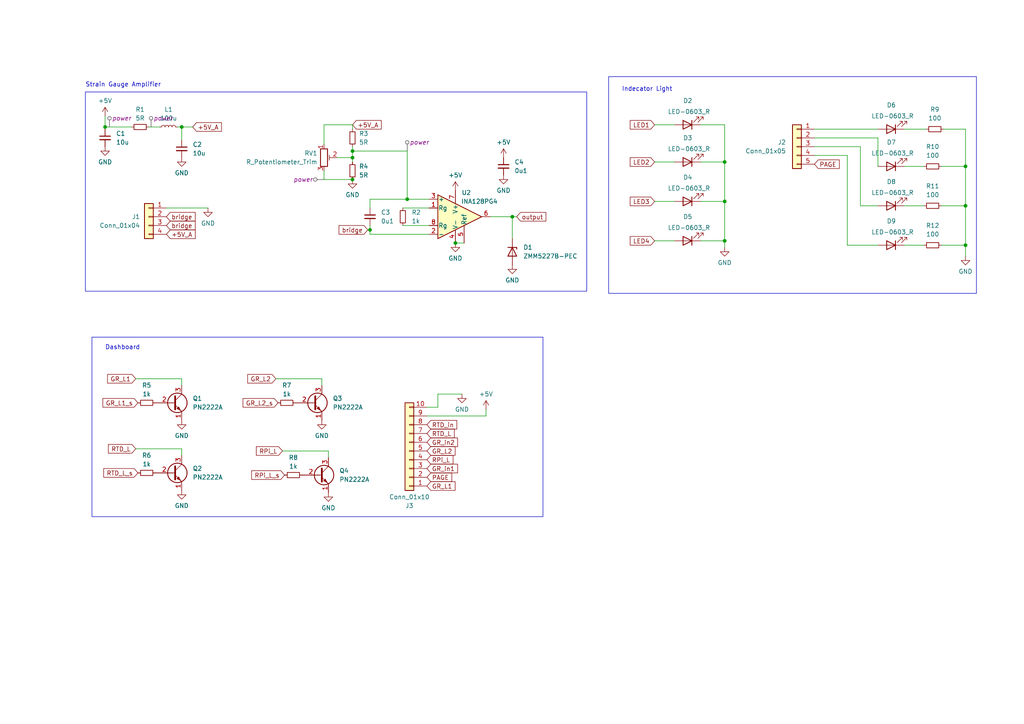
<source format=kicad_sch>
(kicad_sch (version 20230121) (generator eeschema)
  (paper "A4")
  (title_block (title "frontbox nucleo ex") (date "2023-08-13") (rev "1") (company "NTURacing") (comment 1 "legacy from easyEDA"))
  (lib_symbols
    (symbol "Amplifier_Instrumentation:INA128" (pin_names (offset 0.127))
      (property "Reference" "U" (at 3.81 3.175 0))
      (property "Value" "INA128" (at 3.81 -3.175 0))
      (symbol "INA128_0_1"
        (polyline (pts (xy 7.62 0) (xy -5.08 6.35) (xy -5.08 -6.35) (xy 7.62 0)) (stroke (width 0.254)) (fill (type background)))
      )
      (symbol "INA128_1_1"
        (pin passive line (at -7.62 2.54 0) (length 2.54) (name "Rg") (number "1"))
        (pin input line (at -7.62 -5.08 0) (length 2.54) (name "-") (number "2"))
        (pin input line (at -7.62 5.08 0) (length 2.54) (name "+") (number "3"))
        (pin power_in line (at 0 -7.62 90) (length 3.81) (name "V-") (number "4"))
        (pin input line (at 2.54 -7.62 90) (length 5.08) (name "Ref") (number "5"))
        (pin output line (at 10.16 0 180) (length 2.54) (name "~") (number "6"))
        (pin power_in line (at 0 7.62 270) (length 3.81) (name "V+") (number "7"))
        (pin passive line (at -7.62 -2.54 0) (length 2.54) (name "Rg") (number "8"))
      )
    )
    (symbol "Connector_Generic:Conn_01x04" (pin_names (offset 1.016) hide)
      (property "Reference" "J" (at 0 5.08 0))
      (property "Value" "Conn_01x04" (at 0 -7.62 0))
      (symbol "Conn_01x04_1_1"
        (rectangle (start -1.27 -4.953) (end 0 -5.207) (stroke (width 0.1524)))
        (rectangle (start -1.27 -2.413) (end 0 -2.667) (stroke (width 0.1524)))
        (rectangle (start -1.27 0.127) (end 0 -0.127) (stroke (width 0.1524)))
        (rectangle (start -1.27 2.667) (end 0 2.413) (stroke (width 0.1524)))
        (rectangle (start -1.27 3.81) (end 1.27 -6.35) (stroke (width 0.254)) (fill (type background)))
        (pin passive line (at -5.08 2.54 0) (length 3.81) (name "Pin_1") (number "1"))
        (pin passive line (at -5.08 0 0) (length 3.81) (name "Pin_2") (number "2"))
        (pin passive line (at -5.08 -2.54 0) (length 3.81) (name "Pin_3") (number "3"))
        (pin passive line (at -5.08 -5.08 0) (length 3.81) (name "Pin_4") (number "4"))
      )
    )
    (symbol "Connector_Generic:Conn_01x05" (pin_names (offset 1.016) hide)
      (property "Reference" "J" (at 0 7.62 0))
      (property "Value" "Conn_01x05" (at 0 -7.62 0))
      (symbol "Conn_01x05_1_1"
        (rectangle (start -1.27 -4.953) (end 0 -5.207) (stroke (width 0.1524)))
        (rectangle (start -1.27 -2.413) (end 0 -2.667) (stroke (width 0.1524)))
        (rectangle (start -1.27 0.127) (end 0 -0.127) (stroke (width 0.1524)))
        (rectangle (start -1.27 2.667) (end 0 2.413) (stroke (width 0.1524)))
        (rectangle (start -1.27 5.207) (end 0 4.953) (stroke (width 0.1524)))
        (rectangle (start -1.27 6.35) (end 1.27 -6.35) (stroke (width 0.254)) (fill (type background)))
        (pin passive line (at -5.08 5.08 0) (length 3.81) (name "Pin_1") (number "1"))
        (pin passive line (at -5.08 2.54 0) (length 3.81) (name "Pin_2") (number "2"))
        (pin passive line (at -5.08 0 0) (length 3.81) (name "Pin_3") (number "3"))
        (pin passive line (at -5.08 -2.54 0) (length 3.81) (name "Pin_4") (number "4"))
        (pin passive line (at -5.08 -5.08 0) (length 3.81) (name "Pin_5") (number "5"))
      )
    )
    (symbol "Connector_Generic:Conn_01x10" (pin_names (offset 1.016) hide)
      (property "Reference" "J" (at 0 12.7 0))
      (property "Value" "Conn_01x10" (at 0 -15.24 0))
      (symbol "Conn_01x10_1_1"
        (rectangle (start -1.27 -12.573) (end 0 -12.827) (stroke (width 0.1524)))
        (rectangle (start -1.27 -10.033) (end 0 -10.287) (stroke (width 0.1524)))
        (rectangle (start -1.27 -7.493) (end 0 -7.747) (stroke (width 0.1524)))
        (rectangle (start -1.27 -4.953) (end 0 -5.207) (stroke (width 0.1524)))
        (rectangle (start -1.27 -2.413) (end 0 -2.667) (stroke (width 0.1524)))
        (rectangle (start -1.27 0.127) (end 0 -0.127) (stroke (width 0.1524)))
        (rectangle (start -1.27 2.667) (end 0 2.413) (stroke (width 0.1524)))
        (rectangle (start -1.27 5.207) (end 0 4.953) (stroke (width 0.1524)))
        (rectangle (start -1.27 7.747) (end 0 7.493) (stroke (width 0.1524)))
        (rectangle (start -1.27 10.287) (end 0 10.033) (stroke (width 0.1524)))
        (rectangle (start -1.27 11.43) (end 1.27 -13.97) (stroke (width 0.254)) (fill (type background)))
        (pin passive line (at -5.08 10.16 0) (length 3.81) (name "Pin_1") (number "1"))
        (pin passive line (at -5.08 -12.7 0) (length 3.81) (name "Pin_10") (number "10"))
        (pin passive line (at -5.08 7.62 0) (length 3.81) (name "Pin_2") (number "2"))
        (pin passive line (at -5.08 5.08 0) (length 3.81) (name "Pin_3") (number "3"))
        (pin passive line (at -5.08 2.54 0) (length 3.81) (name "Pin_4") (number "4"))
        (pin passive line (at -5.08 0 0) (length 3.81) (name "Pin_5") (number "5"))
        (pin passive line (at -5.08 -2.54 0) (length 3.81) (name "Pin_6") (number "6"))
        (pin passive line (at -5.08 -5.08 0) (length 3.81) (name "Pin_7") (number "7"))
        (pin passive line (at -5.08 -7.62 0) (length 3.81) (name "Pin_8") (number "8"))
        (pin passive line (at -5.08 -10.16 0) (length 3.81) (name "Pin_9") (number "9"))
      )
    )
    (symbol "Device:C_Small" (pin_numbers hide) (pin_names (offset 0.254) hide)
      (property "Reference" "C" (at 0.254 1.778 0))
      (property "Value" "C_Small" (at 0.254 -2.032 0))
      (symbol "C_Small_0_1"
        (polyline (pts (xy -1.524 -0.508) (xy 1.524 -0.508)) (stroke (width 0.3302)))
        (polyline (pts (xy -1.524 0.508) (xy 1.524 0.508)) (stroke (width 0.3048)))
      )
      (symbol "C_Small_1_1"
        (pin passive line (at 0 2.54 270) (length 2.032) (name "~") (number "1"))
        (pin passive line (at 0 -2.54 90) (length 2.032) (name "~") (number "2"))
      )
    )
    (symbol "Device:LED" (pin_numbers hide) (pin_names (offset 1.016) hide)
      (property "Reference" "D" (at 0 2.54 0))
      (property "Value" "LED" (at 0 -2.54 0))
      (symbol "LED_0_1"
        (polyline (pts (xy -1.27 -1.27) (xy -1.27 1.27)) (stroke (width 0.254)))
        (polyline (pts (xy -1.27 0) (xy 1.27 0)))
        (polyline (pts (xy 1.27 -1.27) (xy 1.27 1.27) (xy -1.27 0) (xy 1.27 -1.27)) (stroke (width 0.254)))
        (polyline (pts (xy -3.048 -0.762) (xy -4.572 -2.286) (xy -3.81 -2.286) (xy -4.572 -2.286) (xy -4.572 -1.524)))
        (polyline (pts (xy -1.778 -0.762) (xy -3.302 -2.286) (xy -2.54 -2.286) (xy -3.302 -2.286) (xy -3.302 -1.524)))
      )
      (symbol "LED_1_1"
        (pin passive line (at -3.81 0 0) (length 2.54) (name "K") (number "1"))
        (pin passive line (at 3.81 0 180) (length 2.54) (name "A") (number "2"))
      )
    )
    (symbol "Device:L_Small" (pin_numbers hide) (pin_names (offset 0.254) hide)
      (property "Reference" "L" (at 0.762 1.016 0))
      (property "Value" "L_Small" (at 0.762 -1.016 0))
      (symbol "L_Small_0_1"
        (arc (start 0 -2.032) (mid 0.5058 -1.524) (end 0 -1.016))
        (arc (start 0 -1.016) (mid 0.5058 -0.508) (end 0 0))
        (arc (start 0 0) (mid 0.5058 0.508) (end 0 1.016))
        (arc (start 0 1.016) (mid 0.5058 1.524) (end 0 2.032))
      )
      (symbol "L_Small_1_1"
        (pin passive line (at 0 2.54 270) (length 0.508) (name "~") (number "1"))
        (pin passive line (at 0 -2.54 90) (length 0.508) (name "~") (number "2"))
      )
    )
    (symbol "Device:R_Potentiometer_Trim" (pin_names (offset 1.016) hide)
      (property "Reference" "RV" (at -4.445 0 90))
      (property "Value" "R_Potentiometer_Trim" (at -2.54 0 90))
      (symbol "R_Potentiometer_Trim_0_1"
        (polyline (pts (xy 1.524 0.762) (xy 1.524 -0.762)))
        (polyline (pts (xy 2.54 0) (xy 1.524 0)))
        (rectangle (start 1.016 2.54) (end -1.016 -2.54) (stroke (width 0.254)))
      )
      (symbol "R_Potentiometer_Trim_1_1"
        (pin passive line (at 0 3.81 270) (length 1.27) (name "1") (number "1"))
        (pin passive line (at 3.81 0 180) (length 1.27) (name "2") (number "2"))
        (pin passive line (at 0 -3.81 90) (length 1.27) (name "3") (number "3"))
      )
    )
    (symbol "Device:R_Small" (pin_numbers hide) (pin_names (offset 0.254) hide)
      (property "Reference" "R" (at 0.762 0.508 0))
      (property "Value" "R_Small" (at 0.762 -1.016 0))
      (symbol "R_Small_0_1"
        (rectangle (start -0.762 1.778) (end 0.762 -1.778) (stroke (width 0.2032)))
      )
      (symbol "R_Small_1_1"
        (pin passive line (at 0 2.54 270) (length 0.762) (name "~") (number "1"))
        (pin passive line (at 0 -2.54 90) (length 0.762) (name "~") (number "2"))
      )
    )
    (symbol "Diode:ZMMxx" (pin_numbers hide) (pin_names hide)
      (property "Reference" "D" (at 0 2.54 0))
      (property "Value" "ZMMxx" (at 0 -2.54 0))
      (symbol "ZMMxx_0_1"
        (polyline (pts (xy 1.27 0) (xy -1.27 0)))
        (polyline (pts (xy -1.27 -1.27) (xy -1.27 1.27) (xy -0.762 1.27)) (stroke (width 0.254)))
        (polyline (pts (xy 1.27 -1.27) (xy 1.27 1.27) (xy -1.27 0) (xy 1.27 -1.27)) (stroke (width 0.254)))
      )
      (symbol "ZMMxx_1_1"
        (pin passive line (at -3.81 0 0) (length 2.54) (name "K") (number "1"))
        (pin passive line (at 3.81 0 180) (length 2.54) (name "A") (number "2"))
      )
    )
    (symbol "Transistor_BJT:PN2222A" (pin_names (offset 0) hide)
      (property "Reference" "Q" (at 5.08 1.905 0))
      (property "Value" "PN2222A" (at 5.08 0 0))
      (symbol "PN2222A_0_1"
        (polyline (pts (xy 0 0) (xy 0.635 0)))
        (polyline (pts (xy 2.54 -2.54) (xy 0.635 -0.635)))
        (polyline (pts (xy 2.54 2.54) (xy 0.635 0.635)))
        (polyline (pts (xy 0.635 1.905) (xy 0.635 -1.905) (xy 0.635 -1.905)) (stroke (width 0.508)))
        (polyline (pts (xy 2.413 -2.413) (xy 1.905 -1.905) (xy 1.905 -1.905)))
        (polyline (pts (xy 1.143 -1.651) (xy 1.651 -1.143) (xy 2.159 -2.159) (xy 1.143 -1.651) (xy 1.143 -1.651)) (fill (type outline)))
        (circle (center 1.27 0) (radius 2.8194) (stroke (width 0.254)))
      )
      (symbol "PN2222A_1_1"
        (pin passive line (at 2.54 -5.08 90) (length 2.54) (name "E") (number "1"))
        (pin input line (at -5.08 0 0) (length 5.08) (name "B") (number "2"))
        (pin passive line (at 2.54 5.08 270) (length 2.54) (name "C") (number "3"))
      )
    )
    (symbol "power:+5V" (power) (pin_names (offset 0))
      (property "Value" "+5V" (at 0 3.556 0))
      (symbol "+5V_0_1"
        (polyline (pts (xy -0.762 1.27) (xy 0 2.54)))
        (polyline (pts (xy 0 0) (xy 0 2.54)))
        (polyline (pts (xy 0 2.54) (xy 0.762 1.27)))
      )
      (symbol "+5V_1_1"
        (pin power_in line (at 0 0 90) (length 0) hide (name "+5V") (number "1"))
      )
    )
    (symbol "power:GND" (power) (pin_names (offset 0))
      (property "Value" "GND" (at 0 -3.81 0))
      (symbol "GND_0_1"
        (polyline (pts (xy 0 0) (xy 0 -1.27) (xy 1.27 -1.27) (xy 0 -2.54) (xy -1.27 -1.27) (xy 0 -1.27)))
      )
      (symbol "GND_1_1"
        (pin power_in line (at 0 0 270) (length 0) hide (name "GND") (number "1"))
      )
    )
  )
  (junction (at 210.185 69.85))
  (junction (at 52.705 36.83))
  (junction (at 102.235 45.72))
  (junction (at 118.11 57.785))
  (junction (at 148.59 62.865))
  (junction (at 107.315 66.675))
  (junction (at 280.035 48.26))
  (junction (at 210.185 58.42))
  (junction (at 102.235 43.815))
  (junction (at 132.08 70.485))
  (junction (at 280.035 59.69))
  (junction (at 210.185 46.99))
  (junction (at 280.035 71.12))
  (junction (at 30.48 36.83))
  (junction (at 102.235 52.07))
  (wire (pts (xy 118.11 43.815) (xy 118.11 57.785)))
  (wire (pts (xy 142.24 62.865) (xy 148.59 62.865)))
  (wire (pts (xy 127 114.3) (xy 133.985 114.3)))
  (wire (pts (xy 39.37 130.175) (xy 52.705 130.175)))
  (wire (pts (xy 38.1 36.83) (xy 30.48 36.83)))
  (wire (pts (xy 280.035 37.465) (xy 280.035 48.26)))
  (wire (pts (xy 30.48 36.83) (xy 30.48 37.465)))
  (wire (pts (xy 140.97 118.745) (xy 140.97 120.65)))
  (wire (pts (xy 93.98 52.07) (xy 102.235 52.07)))
  (wire (pts (xy 210.185 69.85) (xy 210.185 71.755)))
  (wire (pts (xy 189.865 69.85) (xy 195.58 69.85)))
  (wire (pts (xy 203.2 69.85) (xy 210.185 69.85)))
  (wire (pts (xy 51.435 36.83) (xy 52.705 36.83)))
  (wire (pts (xy 236.22 42.545) (xy 249.555 42.545)))
  (wire (pts (xy 140.97 120.65) (xy 123.825 120.65)))
  (wire (pts (xy 236.22 45.085) (xy 245.745 45.085)))
  (wire (pts (xy 273.05 59.69) (xy 280.035 59.69)))
  (wire (pts (xy 148.59 62.865) (xy 148.59 69.215)))
  (wire (pts (xy 102.235 45.72) (xy 102.235 46.99)))
  (wire (pts (xy 273.05 48.26) (xy 280.035 48.26)))
  (wire (pts (xy 102.235 43.815) (xy 102.235 45.72)))
  (wire (pts (xy 148.59 62.865) (xy 149.86 62.865)))
  (wire (pts (xy 203.2 46.99) (xy 210.185 46.99)))
  (wire (pts (xy 203.2 36.195) (xy 210.185 36.195)))
  (wire (pts (xy 97.79 45.72) (xy 102.235 45.72)))
  (wire (pts (xy 273.05 71.12) (xy 280.035 71.12)))
  (wire (pts (xy 118.11 57.785) (xy 107.315 57.785)))
  (wire (pts (xy 106.68 66.675) (xy 107.315 66.675)))
  (wire (pts (xy 81.915 130.81) (xy 95.25 130.81)))
  (wire (pts (xy 210.185 58.42) (xy 210.185 69.85)))
  (wire (pts (xy 93.98 36.195) (xy 102.235 36.195)))
  (wire (pts (xy 262.255 37.465) (xy 268.605 37.465)))
  (wire (pts (xy 107.315 65.405) (xy 107.315 66.675)))
  (wire (pts (xy 127 118.11) (xy 127 114.3)))
  (wire (pts (xy 43.18 36.83) (xy 46.355 36.83)))
  (wire (pts (xy 102.235 36.195) (xy 102.235 37.465)))
  (wire (pts (xy 236.22 37.465) (xy 254.635 37.465)))
  (wire (pts (xy 189.865 36.195) (xy 195.58 36.195)))
  (wire (pts (xy 107.315 66.675) (xy 107.315 67.945)))
  (wire (pts (xy 93.98 41.91) (xy 93.98 36.195)))
  (wire (pts (xy 52.705 40.64) (xy 52.705 36.83)))
  (wire (pts (xy 107.315 67.945) (xy 124.46 67.945)))
  (wire (pts (xy 203.2 58.42) (xy 210.185 58.42)))
  (wire (pts (xy 107.315 57.785) (xy 107.315 60.325)))
  (wire (pts (xy 245.745 71.12) (xy 254.635 71.12)))
  (wire (pts (xy 48.26 60.325) (xy 60.325 60.325)))
  (wire (pts (xy 124.46 57.785) (xy 118.11 57.785)))
  (wire (pts (xy 93.98 49.53) (xy 93.98 52.07)))
  (wire (pts (xy 52.705 130.175) (xy 52.705 132.08)))
  (wire (pts (xy 55.88 36.83) (xy 52.705 36.83)))
  (wire (pts (xy 236.22 40.005) (xy 254.635 40.005)))
  (wire (pts (xy 280.035 48.26) (xy 280.035 59.69)))
  (wire (pts (xy 116.84 60.325) (xy 124.46 60.325)))
  (wire (pts (xy 245.745 45.085) (xy 245.745 71.12)))
  (wire (pts (xy 95.25 130.81) (xy 95.25 132.715)))
  (wire (pts (xy 210.185 36.195) (xy 210.185 46.99)))
  (wire (pts (xy 39.37 109.855) (xy 52.705 109.855)))
  (wire (pts (xy 30.48 33.655) (xy 30.48 36.83)))
  (wire (pts (xy 93.345 109.855) (xy 93.345 111.76)))
  (wire (pts (xy 262.255 48.26) (xy 267.97 48.26)))
  (wire (pts (xy 254.635 40.005) (xy 254.635 48.26)))
  (wire (pts (xy 80.01 109.855) (xy 93.345 109.855)))
  (wire (pts (xy 280.035 71.12) (xy 280.035 74.295)))
  (wire (pts (xy 273.685 37.465) (xy 280.035 37.465)))
  (wire (pts (xy 132.08 70.485) (xy 134.62 70.485)))
  (wire (pts (xy 280.035 59.69) (xy 280.035 71.12)))
  (wire (pts (xy 210.185 46.99) (xy 210.185 58.42)))
  (wire (pts (xy 189.865 46.99) (xy 195.58 46.99)))
  (wire (pts (xy 102.235 43.815) (xy 118.11 43.815)))
  (wire (pts (xy 189.865 58.42) (xy 195.58 58.42)))
  (wire (pts (xy 249.555 59.69) (xy 254.635 59.69)))
  (wire (pts (xy 116.84 65.405) (xy 124.46 65.405)))
  (wire (pts (xy 262.255 59.69) (xy 267.97 59.69)))
  (wire (pts (xy 262.255 71.12) (xy 267.97 71.12)))
  (wire (pts (xy 52.705 109.855) (xy 52.705 111.76)))
  (wire (pts (xy 102.235 42.545) (xy 102.235 43.815)))
  (wire (pts (xy 127 118.11) (xy 123.825 118.11)))
  (wire (pts (xy 249.555 42.545) (xy 249.555 59.69)))
  (rectangle (start 24.765 26.67) (end 170.18 84.455))
  (rectangle (start 176.53 22.225) (end 283.21 85.09))
  (rectangle (start 26.67 97.79) (end 157.48 149.86))
  (text "Strain Gauge Amplifier" (at 24.765 25.4 0) (effects (font (size 1.27 1.27)) (justify left bottom)))
  (text "Indecator Light\n" (at 180.34 26.67 0) (effects (font (size 1.27 1.27)) (justify left bottom)))
  (text "Dashboard" (at 30.48 101.6 0) (effects (font (size 1.27 1.27)) (justify left bottom)))
  (global_label "LED4" (shape input) (at 189.865 69.85 180) (property "Intersheetrefs" "${INTERSHEET_REFS}" (effects hide)))
  (global_label "+5V_A" (shape input) (at 55.88 36.83 0) (property "Intersheetrefs" "${INTERSHEET_REFS}" (effects hide)))
  (global_label "PAGE" (shape input) (at 123.825 138.43 0) (property "Intersheetrefs" "${INTERSHEET_REFS}" (effects hide)))
  (global_label "RTD_in" (shape input) (at 123.825 123.19 0) (property "Intersheetrefs" "${INTERSHEET_REFS}" (effects hide)))
  (global_label "GR_L1_s" (shape input) (at 40.005 116.84 180) (property "Intersheetrefs" "${INTERSHEET_REFS}" (effects hide)))
  (global_label "bridge" (shape input) (at 48.26 65.405 0) (property "Intersheetrefs" "${INTERSHEET_REFS}" (effects hide)))
  (global_label "GR_L1" (shape input) (at 39.37 109.855 180) (property "Intersheetrefs" "${INTERSHEET_REFS}" (effects hide)))
  (global_label "bridge" (shape input) (at 48.26 62.865 0) (property "Intersheetrefs" "${INTERSHEET_REFS}" (effects hide)))
  (global_label "GR_L2_s" (shape input) (at 80.645 116.84 180) (property "Intersheetrefs" "${INTERSHEET_REFS}" (effects hide)))
  (global_label "GR_L2" (shape input) (at 123.825 130.81 0) (property "Intersheetrefs" "${INTERSHEET_REFS}" (effects hide)))
  (global_label "LED1" (shape input) (at 189.865 36.195 180) (property "Intersheetrefs" "${INTERSHEET_REFS}" (effects hide)))
  (global_label "RTD_L" (shape input) (at 39.37 130.175 180) (property "Intersheetrefs" "${INTERSHEET_REFS}" (effects hide)))
  (global_label "+5V_A" (shape input) (at 48.26 67.945 0) (property "Intersheetrefs" "${INTERSHEET_REFS}" (effects hide)))
  (global_label "LED2" (shape input) (at 189.865 46.99 180) (property "Intersheetrefs" "${INTERSHEET_REFS}" (effects hide)))
  (global_label "GR_in1" (shape input) (at 123.825 135.89 0) (property "Intersheetrefs" "${INTERSHEET_REFS}" (effects hide)))
  (global_label "GR_L1" (shape input) (at 123.825 140.97 0) (property "Intersheetrefs" "${INTERSHEET_REFS}" (effects hide)))
  (global_label "RPi_L" (shape input) (at 81.915 130.81 180) (property "Intersheetrefs" "${INTERSHEET_REFS}" (effects hide)))
  (global_label "RTD_L" (shape input) (at 123.825 125.73 0) (property "Intersheetrefs" "${INTERSHEET_REFS}" (effects hide)))
  (global_label "bridge" (shape input) (at 106.68 66.675 180) (property "Intersheetrefs" "${INTERSHEET_REFS}" (effects hide)))
  (global_label "RPi_L" (shape input) (at 123.825 133.35 0) (property "Intersheetrefs" "${INTERSHEET_REFS}" (effects hide)))
  (global_label "output" (shape input) (at 149.86 62.865 0) (property "Intersheetrefs" "${INTERSHEET_REFS}" (effects hide)))
  (global_label "LED3" (shape input) (at 189.865 58.42 180) (property "Intersheetrefs" "${INTERSHEET_REFS}" (effects hide)))
  (global_label "PAGE" (shape input) (at 236.22 47.625 0) (property "Intersheetrefs" "${INTERSHEET_REFS}" (effects hide)))
  (global_label "RTD_L_s" (shape input) (at 40.005 137.16 180) (property "Intersheetrefs" "${INTERSHEET_REFS}" (effects hide)))
  (global_label "GR_in2" (shape input) (at 123.825 128.27 0) (property "Intersheetrefs" "${INTERSHEET_REFS}" (effects hide)))
  (global_label "RPi_L_s" (shape input) (at 82.55 137.795 180) (property "Intersheetrefs" "${INTERSHEET_REFS}" (effects hide)))
  (global_label "+5V_A" (shape input) (at 102.235 36.195 0) (property "Intersheetrefs" "${INTERSHEET_REFS}" (effects hide)))
  (global_label "GR_L2" (shape input) (at 80.01 109.855 180) (property "Intersheetrefs" "${INTERSHEET_REFS}" (effects hide)))
  (netclass_flag "" (length 2.54) (shape round) (at 31.75 36.83 0) (property "Netclass" "power" (at 32.4485 34.29 0) (effects (font italic) (justify left))))
  (netclass_flag "" (length 2.54) (shape round) (at 93.98 52.07 90) (property "Netclass" "power" (at 85.09 52.07 0) (effects (font italic) (justify left))))
  (netclass_flag "" (length 2.54) (shape round) (at 43.815 36.83 0) (property "Netclass" "power" (at 44.5135 34.29 0) (effects (font italic) (justify left))))
  (netclass_flag "" (length 2.54) (shape round) (at 118.11 43.815 0) (property "Netclass" "power" (at 118.8085 41.275 0) (effects (font italic) (justify left))))
  (symbol (lib_id "Device:LED") (at 199.39 69.85 180) (unit 1)
    (property "Reference" "D5" (at 198.12 62.865 0) (effects (justify right)))
    (property "Value" "LED-0603_R" (at 193.675 66.04 0) (effects (justify right)))
    (property "Footprint" "LED_SMD:LED_0603_1608Metric_Pad1.05x0.95mm_HandSolder" (effects hide))
  )
  (symbol (lib_id "power:+5V") (at 140.97 118.745 0) (unit 1)
    (property "Reference" "#PWR023" (effects hide))
    (property "Value" "+5V" (at 140.97 114.3 0))
  )
  (symbol (lib_id "Device:R_Small") (at 116.84 62.865 180) (unit 1)
    (property "Reference" "R2" (at 119.38 61.595 0) (effects (justify right)))
    (property "Value" "1k" (at 119.38 64.135 0) (effects (justify right)))
    (property "Footprint" "Resistor_SMD:R_0805_2012Metric_Pad1.20x1.40mm_HandSolder" (effects hide))
  )
  (symbol (lib_id "Connector_Generic:Conn_01x05") (at 231.14 42.545 0) (mirror y) (unit 1)
    (property "Reference" "J2" (at 227.965 41.275 0) (effects (justify left)))
    (property "Value" "Conn_01x05" (at 227.965 43.815 0) (effects (justify left)))
    (property "Footprint" "Connector_JST:JST_XH_S5B-XH-A_1x05_P2.50mm_Horizontal" (effects hide))
  )
  (symbol (lib_id "power:GND") (at 52.705 45.72 0) (unit 1)
    (property "Reference" "#PWR08" (effects hide))
    (property "Value" "GND" (at 52.705 50.165 0))
  )
  (symbol (lib_id "power:GND") (at 52.705 142.24 0) (unit 1)
    (property "Reference" "#PWR019" (effects hide))
    (property "Value" "GND" (at 52.705 146.685 0))
  )
  (symbol (lib_id "Device:LED") (at 199.39 36.195 180) (unit 1)
    (property "Reference" "D2" (at 198.12 29.21 0) (effects (justify right)))
    (property "Value" "LED-0603_R" (at 193.675 32.385 0) (effects (justify right)))
    (property "Footprint" "LED_SMD:LED_0603_1608Metric_Pad1.05x0.95mm_HandSolder" (effects hide))
  )
  (symbol (lib_id "Transistor_BJT:PN2222A") (at 50.165 116.84 0) (unit 1)
    (property "Reference" "Q1" (at 55.88 115.57 0) (effects (justify left)))
    (property "Value" "PN2222A" (at 55.88 118.11 0) (effects (justify left)))
    (property "Footprint" "Package_TO_SOT_THT:TO-92_Inline" (effects hide))
    (property "Datasheet" "https://www.onsemi.com/pub/Collateral/PN2222-D.PDF" (effects hide))
  )
  (symbol (lib_id "Diode:ZMMxx") (at 148.59 73.025 270) (unit 1)
    (property "Reference" "D1" (at 151.765 71.755 90) (effects (justify left)))
    (property "Value" "ZMM5227B-PEC" (at 151.765 74.295 90) (effects (justify left)))
    (property "Footprint" "Diode_SMD:D_MiniMELF" (effects hide))
    (property "Datasheet" "https://diotec.com/tl_files/diotec/files/pdf/datasheets/zmm1.pdf" (effects hide))
  )
  (symbol (lib_id "power:GND") (at 148.59 76.835 0) (unit 1)
    (property "Reference" "#PWR010" (effects hide))
    (property "Value" "GND" (at 148.59 81.28 0))
  )
  (symbol (lib_id "Device:C_Small") (at 30.48 40.005 0) (unit 1)
    (property "Reference" "C1" (at 33.655 38.7413 0) (effects (justify left)))
    (property "Value" "10u" (at 33.655 41.2813 0) (effects (justify left)))
    (property "Footprint" "Capacitor_SMD:C_0603_1608Metric_Pad1.08x0.95mm_HandSolder" (effects hide))
  )
  (symbol (lib_id "Device:R_Small") (at 102.235 40.005 180) (unit 1)
    (property "Reference" "R3" (at 104.14 38.735 0) (effects (justify right)))
    (property "Value" "5R" (at 104.14 41.275 0) (effects (justify right)))
    (property "Footprint" "Resistor_SMD:R_0603_1608Metric_Pad0.98x0.95mm_HandSolder" (effects hide))
  )
  (symbol (lib_id "Device:R_Small") (at 83.185 116.84 90) (unit 1)
    (property "Reference" "R7" (at 83.185 111.76 90))
    (property "Value" "1k" (at 83.185 114.3 90))
    (property "Footprint" "Resistor_SMD:R_0603_1608Metric_Pad0.98x0.95mm_HandSolder" (effects hide))
  )
  (symbol (lib_id "Device:R_Small") (at 42.545 137.16 90) (unit 1)
    (property "Reference" "R6" (at 42.545 132.08 90))
    (property "Value" "1k" (at 42.545 134.62 90))
    (property "Footprint" "Resistor_SMD:R_0603_1608Metric_Pad0.98x0.95mm_HandSolder" (effects hide))
  )
  (symbol (lib_id "power:GND") (at 95.25 142.875 0) (unit 1)
    (property "Reference" "#PWR021" (effects hide))
    (property "Value" "GND" (at 95.25 147.32 0))
  )
  (symbol (lib_id "power:+5V") (at 146.05 45.72 0) (unit 1)
    (property "Reference" "#PWR013" (effects hide))
    (property "Value" "+5V" (at 146.05 41.275 0))
  )
  (symbol (lib_id "power:GND") (at 210.185 71.755 0) (unit 1)
    (property "Reference" "#PWR016" (effects hide))
    (property "Value" "GND" (at 210.185 76.2 0))
  )
  (symbol (lib_id "Device:LED") (at 199.39 58.42 180) (unit 1)
    (property "Reference" "D4" (at 198.12 51.435 0) (effects (justify right)))
    (property "Value" "LED-0603_R" (at 193.675 54.61 0) (effects (justify right)))
    (property "Footprint" "LED_SMD:LED_0603_1608Metric_Pad1.05x0.95mm_HandSolder" (effects hide))
  )
  (symbol (lib_id "Device:C_Small") (at 107.315 62.865 0) (unit 1)
    (property "Reference" "C3" (at 110.49 61.6013 0) (effects (justify left)))
    (property "Value" "0u1" (at 110.49 64.1413 0) (effects (justify left)))
    (property "Footprint" "Capacitor_SMD:C_0603_1608Metric_Pad1.08x0.95mm_HandSolder" (effects hide))
  )
  (symbol (lib_id "power:GND") (at 132.08 70.485 0) (unit 1)
    (property "Reference" "#PWR011" (effects hide))
    (property "Value" "GND" (at 132.08 74.93 0))
  )
  (symbol (lib_id "power:GND") (at 102.235 52.07 0) (unit 1)
    (property "Reference" "#PWR015" (effects hide))
    (property "Value" "GND" (at 102.235 56.515 0))
  )
  (symbol (lib_id "Device:R_Small") (at 102.235 49.53 180) (unit 1)
    (property "Reference" "R4" (at 104.14 48.26 0) (effects (justify right)))
    (property "Value" "5R" (at 104.14 50.8 0) (effects (justify right)))
    (property "Footprint" "Resistor_SMD:R_0603_1608Metric_Pad0.98x0.95mm_HandSolder" (effects hide))
  )
  (symbol (lib_id "Transistor_BJT:PN2222A") (at 50.165 137.16 0) (unit 1)
    (property "Reference" "Q2" (at 55.88 135.89 0) (effects (justify left)))
    (property "Value" "PN2222A" (at 55.88 138.43 0) (effects (justify left)))
    (property "Footprint" "Package_TO_SOT_THT:TO-92_Inline" (effects hide))
    (property "Datasheet" "https://www.onsemi.com/pub/Collateral/PN2222-D.PDF" (effects hide))
  )
  (symbol (lib_id "Device:LED") (at 258.445 71.12 180) (unit 1)
    (property "Reference" "D9" (at 257.175 64.135 0) (effects (justify right)))
    (property "Value" "LED-0603_R" (at 252.73 67.31 0) (effects (justify right)))
    (property "Footprint" "LED_SMD:LED_0603_1608Metric_Pad1.05x0.95mm_HandSolder" (effects hide))
  )
  (symbol (lib_id "Connector_Generic:Conn_01x04") (at 43.18 62.865 0) (mirror y) (unit 1)
    (property "Reference" "J1" (at 40.64 62.865 0) (effects (justify left)))
    (property "Value" "Conn_01x04" (at 40.64 65.405 0) (effects (justify left)))
    (property "Footprint" "Connector_JST:JST_XH_S4B-XH-A_1x04_P2.50mm_Horizontal" (effects hide))
  )
  (symbol (lib_id "Amplifier_Instrumentation:INA128") (at 132.08 62.865 0) (unit 1)
    (property "Reference" "U2" (at 135.255 55.88 0))
    (property "Value" "INA128PG4" (at 139.065 58.42 0))
    (property "Footprint" "SamacSys_Parts:DIP794W53P254L959H508Q8N" (effects hide))
    (property "Datasheet" "http://www.ti.com/lit/ds/symlink/ina128.pdf" (effects hide))
  )
  (symbol (lib_id "Device:R_Small") (at 85.09 137.795 90) (unit 1)
    (property "Reference" "R8" (at 85.09 132.715 90))
    (property "Value" "1k" (at 85.09 135.255 90))
    (property "Footprint" "Resistor_SMD:R_0603_1608Metric_Pad0.98x0.95mm_HandSolder" (effects hide))
  )
  (symbol (lib_id "power:+5V") (at 132.08 55.245 0) (unit 1)
    (property "Reference" "#PWR012" (effects hide))
    (property "Value" "+5V" (at 132.08 50.8 0))
  )
  (symbol (lib_id "Device:R_Small") (at 42.545 116.84 90) (unit 1)
    (property "Reference" "R5" (at 42.545 111.76 90))
    (property "Value" "1k" (at 42.545 114.3 90))
    (property "Footprint" "Resistor_SMD:R_0603_1608Metric_Pad0.98x0.95mm_HandSolder" (effects hide))
  )
  (symbol (lib_id "Device:R_Small") (at 40.64 36.83 90) (unit 1)
    (property "Reference" "R1" (at 40.64 31.75 90))
    (property "Value" "5R" (at 40.64 34.29 90))
    (property "Footprint" "Resistor_SMD:R_0603_1608Metric_Pad0.98x0.95mm_HandSolder" (effects hide))
  )
  (symbol (lib_id "power:GND") (at 60.325 60.325 0) (unit 1)
    (property "Reference" "#PWR09" (effects hide))
    (property "Value" "GND" (at 60.325 64.77 0))
  )
  (symbol (lib_id "Device:R_Small") (at 271.145 37.465 90) (unit 1)
    (property "Reference" "R9" (at 271.145 31.75 90))
    (property "Value" "100" (at 271.145 34.29 90))
    (property "Footprint" "Resistor_SMD:R_0603_1608Metric_Pad0.98x0.95mm_HandSolder" (effects hide))
  )
  (symbol (lib_id "power:GND") (at 30.48 42.545 0) (unit 1)
    (property "Reference" "#PWR07" (effects hide))
    (property "Value" "GND" (at 30.48 46.99 0))
  )
  (symbol (lib_id "Device:LED") (at 199.39 46.99 180) (unit 1)
    (property "Reference" "D3" (at 198.12 40.005 0) (effects (justify right)))
    (property "Value" "LED-0603_R" (at 193.675 43.18 0) (effects (justify right)))
    (property "Footprint" "LED_SMD:LED_0603_1608Metric_Pad1.05x0.95mm_HandSolder" (effects hide))
  )
  (symbol (lib_id "Device:R_Small") (at 270.51 48.26 90) (unit 1)
    (property "Reference" "R10" (at 270.51 42.545 90))
    (property "Value" "100" (at 270.51 45.085 90))
    (property "Footprint" "Resistor_SMD:R_0603_1608Metric_Pad0.98x0.95mm_HandSolder" (effects hide))
  )
  (symbol (lib_id "power:GND") (at 146.05 50.8 0) (unit 1)
    (property "Reference" "#PWR014" (effects hide))
    (property "Value" "GND" (at 146.05 55.245 0))
  )
  (symbol (lib_id "Device:L_Small") (at 48.895 36.83 90) (unit 1)
    (property "Reference" "L1" (at 48.895 31.75 90))
    (property "Value" "100u" (at 48.895 34.29 90))
    (property "Footprint" "Inductor_THT:L_Axial_L12.0mm_D5.0mm_P15.24mm_Horizontal_Fastron_MISC" (effects hide))
  )
  (symbol (lib_id "power:GND") (at 280.035 74.295 0) (unit 1)
    (property "Reference" "#PWR017" (effects hide))
    (property "Value" "GND" (at 280.035 78.74 0))
  )
  (symbol (lib_id "Device:LED") (at 258.445 48.26 180) (unit 1)
    (property "Reference" "D7" (at 257.175 41.275 0) (effects (justify right)))
    (property "Value" "LED-0603_R" (at 252.73 44.45 0) (effects (justify right)))
    (property "Footprint" "LED_SMD:LED_0603_1608Metric_Pad1.05x0.95mm_HandSolder" (effects hide))
  )
  (symbol (lib_id "Device:C_Small") (at 146.05 48.26 0) (unit 1)
    (property "Reference" "C4" (at 149.225 46.9963 0) (effects (justify left)))
    (property "Value" "0u1" (at 149.225 49.5363 0) (effects (justify left)))
    (property "Footprint" "Capacitor_SMD:C_0603_1608Metric_Pad1.08x0.95mm_HandSolder" (effects hide))
  )
  (symbol (lib_id "power:GND") (at 52.705 121.92 0) (unit 1)
    (property "Reference" "#PWR018" (effects hide))
    (property "Value" "GND" (at 52.705 126.365 0))
  )
  (symbol (lib_id "power:+5V") (at 30.48 33.655 0) (unit 1)
    (property "Reference" "#PWR06" (effects hide))
    (property "Value" "+5V" (at 30.48 29.21 0))
  )
  (symbol (lib_id "Device:R_Small") (at 270.51 71.12 90) (unit 1)
    (property "Reference" "R12" (at 270.51 65.405 90))
    (property "Value" "100" (at 270.51 67.945 90))
    (property "Footprint" "Resistor_SMD:R_0603_1608Metric_Pad0.98x0.95mm_HandSolder" (effects hide))
  )
  (symbol (lib_id "Device:R_Potentiometer_Trim") (at 93.98 45.72 0) (unit 1)
    (property "Reference" "RV1" (at 92.075 44.45 0) (effects (justify right)))
    (property "Value" "R_Potentiometer_Trim" (at 92.075 46.99 0) (effects (justify right)))
    (property "Footprint" "Potentiometer_THT:Potentiometer_Bourns_3296W_Vertical" (effects hide))
  )
  (symbol (lib_id "Device:LED") (at 258.445 37.465 180) (unit 1)
    (property "Reference" "D6" (at 257.175 30.48 0) (effects (justify right)))
    (property "Value" "LED-0603_R" (at 252.73 33.655 0) (effects (justify right)))
    (property "Footprint" "LED_SMD:LED_0603_1608Metric_Pad1.05x0.95mm_HandSolder" (effects hide))
  )
  (symbol (lib_id "Transistor_BJT:PN2222A") (at 92.71 137.795 0) (unit 1)
    (property "Reference" "Q4" (at 98.425 136.525 0) (effects (justify left)))
    (property "Value" "PN2222A" (at 98.425 139.065 0) (effects (justify left)))
    (property "Footprint" "Package_TO_SOT_THT:TO-92_Inline" (effects hide))
    (property "Datasheet" "https://www.onsemi.com/pub/Collateral/PN2222-D.PDF" (effects hide))
  )
  (symbol (lib_id "Transistor_BJT:PN2222A") (at 90.805 116.84 0) (unit 1)
    (property "Reference" "Q3" (at 96.52 115.57 0) (effects (justify left)))
    (property "Value" "PN2222A" (at 96.52 118.11 0) (effects (justify left)))
    (property "Footprint" "Package_TO_SOT_THT:TO-92_Inline" (effects hide))
    (property "Datasheet" "https://www.onsemi.com/pub/Collateral/PN2222-D.PDF" (effects hide))
  )
  (symbol (lib_id "Connector_Generic:Conn_01x10") (at 118.745 130.81 180) (unit 1)
    (property "Reference" "J3" (at 118.745 146.685 0))
    (property "Value" "Conn_01x10" (at 118.745 144.145 0))
    (property "Footprint" "Connector_JST:JST_XH_S10B-XH-A_1x10_P2.50mm_Horizontal" (effects hide))
  )
  (symbol (lib_id "power:GND") (at 133.985 114.3 0) (unit 1)
    (property "Reference" "#PWR022" (effects hide))
    (property "Value" "GND" (at 133.985 118.745 0))
  )
  (symbol (lib_id "power:GND") (at 93.345 121.92 0) (unit 1)
    (property "Reference" "#PWR020" (effects hide))
    (property "Value" "GND" (at 93.345 126.365 0))
  )
  (symbol (lib_id "Device:R_Small") (at 270.51 59.69 90) (unit 1)
    (property "Reference" "R11" (at 270.51 53.975 90))
    (property "Value" "100" (at 270.51 56.515 90))
    (property "Footprint" "Resistor_SMD:R_0603_1608Metric_Pad0.98x0.95mm_HandSolder" (effects hide))
  )
  (symbol (lib_id "Device:LED") (at 258.445 59.69 180) (unit 1)
    (property "Reference" "D8" (at 257.175 52.705 0) (effects (justify right)))
    (property "Value" "LED-0603_R" (at 252.73 55.88 0) (effects (justify right)))
    (property "Footprint" "LED_SMD:LED_0603_1608Metric_Pad1.05x0.95mm_HandSolder" (effects hide))
  )
  (symbol (lib_id "Device:C_Small") (at 52.705 43.18 0) (unit 1)
    (property "Reference" "C2" (at 55.88 41.9163 0) (effects (justify left)))
    (property "Value" "10u" (at 55.88 44.4563 0) (effects (justify left)))
    (property "Footprint" "Capacitor_SMD:C_0603_1608Metric_Pad1.08x0.95mm_HandSolder" (effects hide))
  )
)
</source>
